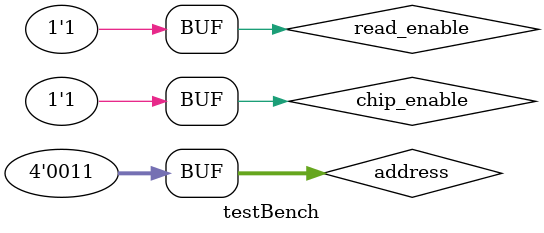
<source format=v>
module testBench();
reg read_enable, chip_enable;
reg [3:0] address;
wire [7:0] data_out;

ROM dut(
    .address(address), 
    .read_enable(read_enable), 
    .chip_enable(chip_enable), 
    .data_out(data_out)
    );

initial begin
  read_enable <=1;
  chip_enable <=1;
  address <= 0;
  #100;
  address <= 1;
  #100;
  address <= 2;
  #100;
  address <= 3;
  #100;
  
end

initial begin
  $dumpfile("dump.vcd");
  $dumpvars(0);
end


endmodule
</source>
